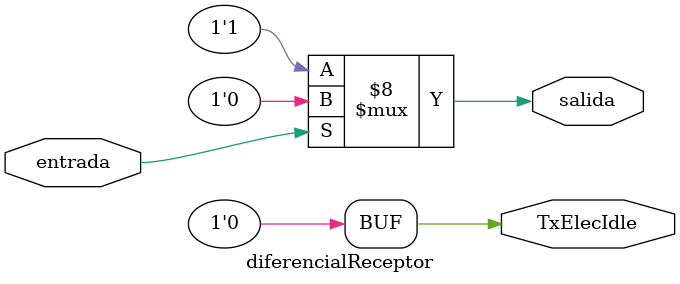
<source format=v>
`timescale 1ns/1ps


module diferencialReceptor(
//  rst,
//  enb,
  entrada, // D+
  salida,  //bit de salida serial
  TxElecIdle //se pone en 1 si detecta un voltaje de 0 en la entrada, en este modulo, z
  );

//  input wire rst, enb;
  input wire entrada;
  output reg TxElecIdle, salida;
//  output reg salida = 0;

//Variables internas
//  reg entradaAnterior;

  always @ ( * )begin
//          if() salida = 0;
//          else if(enb) salida = 1;
//            if(entradaAnterior != entrada) salida = 1;
//		else salida = 0;	    
//	    entradaAnterior = entrada;
	if (entrada == 1 | entrada == 0) begin
		TxElecIdle = 0;
		if (entrada == 1) salida = 0;
		else salida = 1;
	end
		else TxElecIdle = 1;
end

//Como hacer que tire 0 si no cambia entrada?
//Como hacer que mantenga salida durante un ciclo si no tengo reloJ?
  endmodule

</source>
